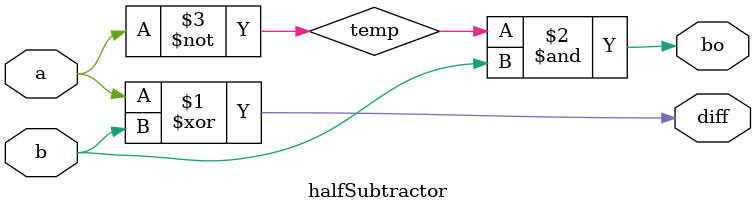
<source format=v>
module fullSubtractor(a,b, bo_in, diff, bo_out);
  input a,b,bo_in;
  output diff, bo_out;
  
  wire w1,b1,b2;
  
  halfSubtractor hs1(a,b,w1,b1);
  halfSubtractor hs2(w1, bo_in, diff, b2);
  
  or or1(bo_out, b1, b2);
  
endmodule

module halfSubtractor(a,b,diff,bo);
  input a, b;
  output diff, bo;
  
  wire temp;
  
  xor xor1(diff, a,b);
  not not1(temp, a);
  and and1(bo, temp, b);
  
endmodule

</source>
